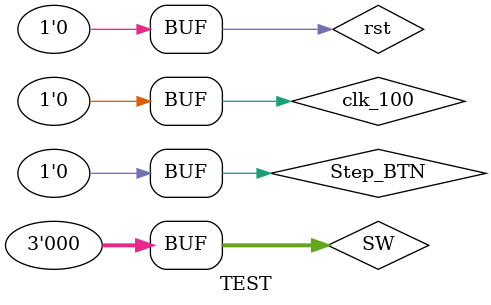
<source format=v>
`timescale 1ns / 1ps


module TEST;

	// Inputs
	reg clk_100;
	reg Step_BTN;
	reg rst;
	reg [2:0] SW;

	// Outputs
	wire [7:0] LED;

	// Instantiate the Unit Under Test (UUT)
	MAIN uut (
		.clk_100(clk_100), 
		.Step_BTN(Step_BTN), 
		.rst(rst), 
		.SW(SW), 
		.LED(LED)
	);

	initial begin
		// Initialize Inputs
		clk_100 = 0;
		Step_BTN = 0;
		rst = 0;
		SW = 0;

		// Wait 100 ns for global reset to finish
		#100;
        
		// Add stimulus here

	end
      
endmodule


</source>
